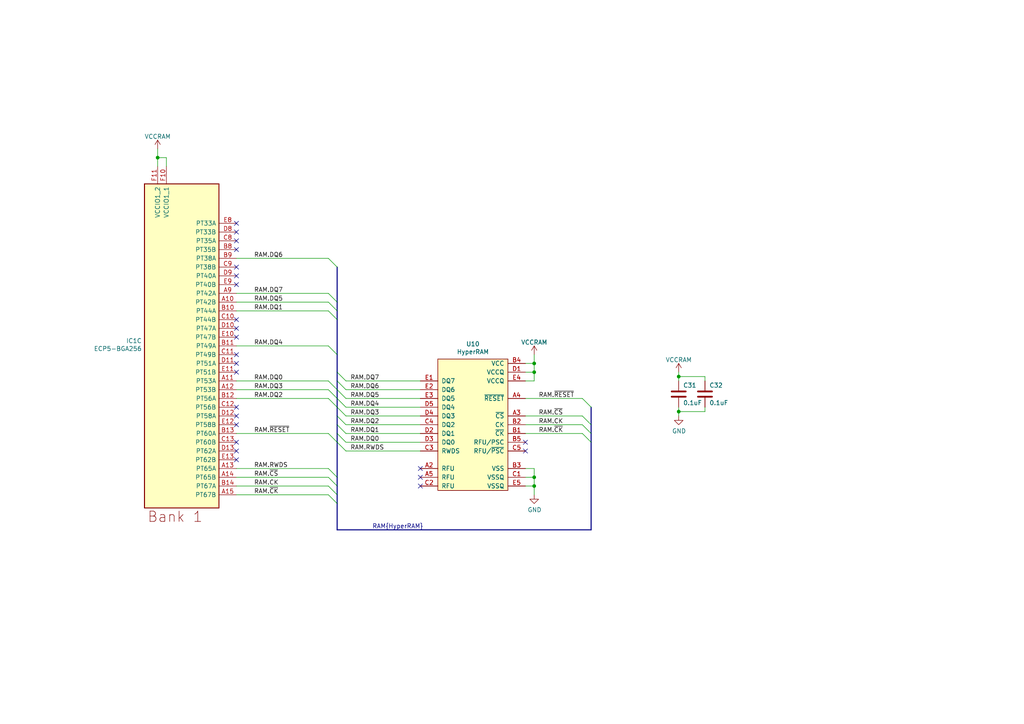
<source format=kicad_sch>
(kicad_sch (version 20211123) (generator eeschema)
  (paper "A4")
  (title_block (title "LUNA USB Multitool") (date "2023-02-07") (rev "r0.5+") (company "Copyright 2019-2023 Great Scott Gadgets") (comment 1 "Licensed under the CERN-OHL-P v2"))
  (lib_symbols
    (symbol "Device:C" (pin_numbers hide) (pin_names (offset 0.254))
      (property "Reference" "C" (at 0.635 2.54 0))
      (property "Value" "C" (at 0.635 -2.54 0))
      (symbol "C_0_1"
        (polyline (pts (xy -2.032 -0.762) (xy 2.032 -0.762)) (stroke (width 0.508)))
        (polyline (pts (xy -2.032 0.762) (xy 2.032 0.762)) (stroke (width 0.508)))
      )
      (symbol "C_1_1"
        (pin passive line (at 0 3.81 270) (length 2.794) (name "~") (number "1"))
        (pin passive line (at 0 -3.81 90) (length 2.794) (name "~") (number "2"))
      )
    )
    (symbol "fpgas_and_processors:ECP5-BGA256" (pin_names (offset 0.762))
      (property "Reference" "IC" (at -2.54 1.27 0))
      (property "Value" "ECP5-BGA256" (at 10.16 1.27 0))
      (symbol "ECP5-BGA256_1_0"
        (rectangle (start 5.08 0) (end 33.02 -71.12) (stroke (width 0.3048)) (fill (type background)))
      )
      (symbol "ECP5-BGA256_1_1"
        (text "FPGA Supplies" (at 19.05 -76.2 0) (effects (font (size 2.9972 2.9972))))
        (pin power_in line (at 38.1 -2.54 180) (length 5.08) (name "GND_1") (number "A1"))
        (pin power_in line (at 38.1 -5.08 180) (length 5.08) (name "GND_2") (number "A16"))
        (pin power_in line (at 38.1 -10.16 180) (length 5.08) (name "GND_4") (number "D15"))
        (pin power_in line (at 38.1 -7.62 180) (length 5.08) (name "GND_3") (number "D2"))
        (pin power_in line (at 38.1 -12.7 180) (length 5.08) (name "GND_5") (number "F8"))
        (pin power_in line (at 38.1 -15.24 180) (length 5.08) (name "GND_6") (number "F9"))
        (pin power_in line (at 38.1 -20.32 180) (length 5.08) (name "GND_8") (number "G10"))
        (pin power_in line (at 0 -66.04 0) (length 5.08) (name "VCCAUX_1") (number "G11"))
        (pin power_in line (at 0 -2.54 0) (length 5.08) (name "VCC_1") (number "G6"))
        (pin power_in line (at 0 -5.08 0) (length 5.08) (name "VCC_2") (number "G7"))
        (pin power_in line (at 38.1 -17.78 180) (length 5.08) (name "GND_7") (number "G8"))
        (pin power_in line (at 0 -7.62 0) (length 5.08) (name "VCC_3") (number "G9"))
        (pin power_in line (at 38.1 -22.86 180) (length 5.08) (name "GND_9") (number "H1"))
        (pin power_in line (at 38.1 -30.48 180) (length 5.08) (name "GND_12") (number "H10"))
        (pin power_in line (at 38.1 -33.02 180) (length 5.08) (name "GND_13") (number "H16"))
        (pin power_in line (at 38.1 -25.4 180) (length 5.08) (name "GND_10") (number "H8"))
        (pin power_in line (at 38.1 -27.94 180) (length 5.08) (name "GND_11") (number "H9"))
        (pin power_in line (at 38.1 -40.64 180) (length 5.08) (name "GND_16") (number "J10"))
        (pin power_in line (at 38.1 -35.56 180) (length 5.08) (name "GND_14") (number "J8"))
        (pin power_in line (at 38.1 -38.1 180) (length 5.08) (name "GND_15") (number "J9"))
        (pin power_in line (at 38.1 -53.34 180) (length 5.08) (name "GND_21") (number "K10"))
        (pin power_in line (at 38.1 -43.18 180) (length 5.08) (name "GND_17") (number "K6"))
        (pin power_in line (at 38.1 -45.72 180) (length 5.08) (name "GND_18") (number "K7"))
        (pin power_in line (at 38.1 -48.26 180) (length 5.08) (name "GND_19") (number "K8"))
        (pin power_in line (at 38.1 -50.8 180) (length 5.08) (name "GND_20") (number "K9"))
        (pin power_in line (at 0 -15.24 0) (length 5.08) (name "VCC_6") (number "L10"))
        (pin power_in line (at 0 -68.58 0) (length 5.08) (name "VCCAUX_2") (number "L7"))
        (pin power_in line (at 0 -10.16 0) (length 5.08) (name "VCC_4") (number "L8"))
        (pin power_in line (at 0 -12.7 0) (length 5.08) (name "VCC_5") (number "L9"))
        (pin power_in line (at 38.1 -58.42 180) (length 5.08) (name "GND_23") (number "N15"))
        (pin power_in line (at 38.1 -55.88 180) (length 5.08) (name "GND_22") (number "N2"))
        (pin power_in line (at 38.1 -60.96 180) (length 5.08) (name "GND_24") (number "T1"))
        (pin power_in line (at 38.1 -66.04 180) (length 5.08) (name "GND_26") (number "T12"))
        (pin power_in line (at 38.1 -68.58 180) (length 5.08) (name "GND_27") (number "T16"))
        (pin power_in line (at 38.1 -63.5 180) (length 5.08) (name "GND_25") (number "T5"))
      )
      (symbol "ECP5-BGA256_2_1"
        (rectangle (start 0 0) (end 19.05 -74.93) (stroke (width 0.3048)) (fill (type background)))
        (text "Bank 0" (at 10.16 -78.74 0) (effects (font (size 2.9972 2.9972))))
        (pin bidirectional line (at 24.13 -11.43 180) (length 5.08) (name "PT4A") (number "A2"))
        (pin bidirectional line (at 24.13 -16.51 180) (length 5.08) (name "PT6A") (number "A3"))
        (pin bidirectional line (at 24.13 -19.05 180) (length 5.08) (name "PT6B") (number "A4"))
        (pin bidirectional line (at 24.13 -43.18 180) (length 5.08) (name "PT18A") (number "A5"))
        (pin bidirectional line (at 24.13 -45.72 180) (length 5.08) (name "PT18B") (number "A6"))
        (pin bidirectional line (at 24.13 -68.58 180) (length 5.08) (name "PT29A") (number "A7"))
        (pin bidirectional line (at 24.13 -71.12 180) (length 5.08) (name "PT29B") (number "A8"))
        (pin bidirectional line (at 24.13 -13.97 180) (length 5.08) (name "PT4B") (number "B3"))
        (pin bidirectional line (at 24.13 -29.21 180) (length 5.08) (name "PT11B") (number "B4"))
        (pin bidirectional line (at 24.13 -39.37 180) (length 5.08) (name "PT15B") (number "B5"))
        (pin bidirectional line (at 24.13 -55.88 180) (length 5.08) (name "PT22B") (number "B6"))
        (pin bidirectional line (at 24.13 -66.04 180) (length 5.08) (name "PT27B") (number "B7"))
        (pin bidirectional line (at 24.13 -26.67 180) (length 5.08) (name "PT11A") (number "C4"))
        (pin bidirectional line (at 24.13 -36.83 180) (length 5.08) (name "PT15A") (number "C5"))
        (pin bidirectional line (at 24.13 -53.34 180) (length 5.08) (name "PT22A") (number "C6"))
        (pin bidirectional line (at 24.13 -63.5 180) (length 5.08) (name "PT27A") (number "C7"))
        (pin bidirectional line (at 24.13 -24.13 180) (length 5.08) (name "PT9B") (number "D4"))
        (pin bidirectional line (at 24.13 -34.29 180) (length 5.08) (name "PT13B") (number "D5"))
        (pin bidirectional line (at 24.13 -50.8 180) (length 5.08) (name "PT20B") (number "D6"))
        (pin bidirectional line (at 24.13 -60.96 180) (length 5.08) (name "PT24B") (number "D7"))
        (pin bidirectional line (at 24.13 -21.59 180) (length 5.08) (name "PT9A") (number "E4"))
        (pin bidirectional line (at 24.13 -31.75 180) (length 5.08) (name "PT13A") (number "E5"))
        (pin bidirectional line (at 24.13 -48.26 180) (length 5.08) (name "PT20A") (number "E6"))
        (pin bidirectional line (at 24.13 -58.42 180) (length 5.08) (name "PT24A") (number "E7"))
        (pin power_in line (at 7.62 5.08 270) (length 5.08) (name "VCCIO0_1") (number "F6"))
        (pin power_in line (at 5.08 5.08 270) (length 5.08) (name "VCCIO0_2") (number "F7"))
      )
      (symbol "ECP5-BGA256_3_0"
        (rectangle (start 0 0) (end 21.59 -93.98) (stroke (width 0.3048)) (fill (type background)))
      )
      (symbol "ECP5-BGA256_3_1"
        (text "Bank 1" (at 8.89 -96.52 0) (effects (font (size 2.9972 2.9972))))
        (pin bidirectional line (at 26.67 -34.29 180) (length 5.08) (name "PT42B") (number "A10"))
        (pin bidirectional line (at 26.67 -57.15 180) (length 5.08) (name "PT53A") (number "A11"))
        (pin bidirectional line (at 26.67 -59.69 180) (length 5.08) (name "PT53B") (number "A12"))
        (pin bidirectional line (at 26.67 -82.55 180) (length 5.08) (name "PT65A") (number "A13"))
        (pin bidirectional line (at 26.67 -85.09 180) (length 5.08) (name "PT65B") (number "A14"))
        (pin bidirectional line (at 26.67 -90.17 180) (length 5.08) (name "PT67B") (number "A15"))
        (pin bidirectional line (at 26.67 -31.75 180) (length 5.08) (name "PT42A") (number "A9"))
        (pin bidirectional line (at 26.67 -36.83 180) (length 5.08) (name "PT44A") (number "B10"))
        (pin bidirectional line (at 26.67 -46.99 180) (length 5.08) (name "PT49A") (number "B11"))
        (pin bidirectional line (at 26.67 -62.23 180) (length 5.08) (name "PT56A") (number "B12"))
        (pin bidirectional line (at 26.67 -72.39 180) (length 5.08) (name "PT60A") (number "B13"))
        (pin bidirectional line (at 26.67 -87.63 180) (length 5.08) (name "PT67A") (number "B14"))
        (pin bidirectional line (at 26.67 -19.05 180) (length 5.08) (name "PT35B") (number "B8"))
        (pin bidirectional line (at 26.67 -21.59 180) (length 5.08) (name "PT38A") (number "B9"))
        (pin bidirectional line (at 26.67 -39.37 180) (length 5.08) (name "PT44B") (number "C10"))
        (pin bidirectional line (at 26.67 -49.53 180) (length 5.08) (name "PT49B") (number "C11"))
        (pin bidirectional line (at 26.67 -64.77 180) (length 5.08) (name "PT56B") (number "C12"))
        (pin bidirectional line (at 26.67 -74.93 180) (length 5.08) (name "PT60B") (number "C13"))
        (pin bidirectional line (at 26.67 -16.51 180) (length 5.08) (name "PT35A") (number "C8"))
        (pin bidirectional line (at 26.67 -24.13 180) (length 5.08) (name "PT38B") (number "C9"))
        (pin bidirectional line (at 26.67 -41.91 180) (length 5.08) (name "PT47A") (number "D10"))
        (pin bidirectional line (at 26.67 -52.07 180) (length 5.08) (name "PT51A") (number "D11"))
        (pin bidirectional line (at 26.67 -67.31 180) (length 5.08) (name "PT58A") (number "D12"))
        (pin bidirectional line (at 26.67 -77.47 180) (length 5.08) (name "PT62A") (number "D13"))
        (pin bidirectional line (at 26.67 -13.97 180) (length 5.08) (name "PT33B") (number "D8"))
        (pin bidirectional line (at 26.67 -26.67 180) (length 5.08) (name "PT40A") (number "D9"))
        (pin bidirectional line (at 26.67 -44.45 180) (length 5.08) (name "PT47B") (number "E10"))
        (pin bidirectional line (at 26.67 -54.61 180) (length 5.08) (name "PT51B") (number "E11"))
        (pin bidirectional line (at 26.67 -69.85 180) (length 5.08) (name "PT58B") (number "E12"))
        (pin bidirectional line (at 26.67 -80.01 180) (length 5.08) (name "PT62B") (number "E13"))
        (pin bidirectional line (at 26.67 -11.43 180) (length 5.08) (name "PT33A") (number "E8"))
        (pin bidirectional line (at 26.67 -29.21 180) (length 5.08) (name "PT40B") (number "E9"))
        (pin power_in line (at 6.35 5.08 270) (length 5.08) (name "VCCIO1_1") (number "F10"))
        (pin power_in line (at 3.81 5.08 270) (length 5.08) (name "VCCIO1_2") (number "F11"))
      )
      (symbol "ECP5-BGA256_4_1"
        (rectangle (start 0 0) (end 19.05 -93.98) (stroke (width 0.3048)) (fill (type background)))
        (text "Bank 2" (at 10.16 -97.79 0) (effects (font (size 2.9972 2.9972))))
        (pin bidirectional line (at 24.13 -13.97 180) (length 5.08) (name "PR2B") (number "B15"))
        (pin bidirectional line (at 24.13 -11.43 180) (length 5.08) (name "PR2A") (number "B16"))
        (pin bidirectional line (at 24.13 -16.51 180) (length 5.08) (name "PR2C") (number "C14"))
        (pin bidirectional line (at 24.13 -24.13 180) (length 5.08) (name "PR5B") (number "C15"))
        (pin bidirectional line (at 24.13 -21.59 180) (length 5.08) (name "PR5A") (number "C16"))
        (pin bidirectional line (at 24.13 -19.05 180) (length 5.08) (name "PR2D") (number "D14"))
        (pin bidirectional line (at 24.13 -31.75 180) (length 5.08) (name "PR8A") (number "D16"))
        (pin bidirectional line (at 24.13 -26.67 180) (length 5.08) (name "PR5C") (number "E14"))
        (pin bidirectional line (at 24.13 -34.29 180) (length 5.08) (name "PR8B") (number "E15"))
        (pin bidirectional line (at 24.13 -49.53 180) (length 5.08) (name "PR11D") (number "E16"))
        (pin bidirectional line (at 24.13 -39.37 180) (length 5.08) (name "PR8D") (number "F12"))
        (pin bidirectional line (at 24.13 -36.83 180) (length 5.08) (name "PR8C") (number "F13"))
        (pin bidirectional line (at 24.13 -29.21 180) (length 5.08) (name "PR5D") (number "F14"))
        (pin bidirectional line (at 24.13 -46.99 180) (length 5.08) (name "PR11C") (number "F15"))
        (pin bidirectional line (at 24.13 -52.07 180) (length 5.08) (name "PR14A") (number "F16"))
        (pin bidirectional line (at 24.13 -41.91 180) (length 5.08) (name "PR11A") (number "G12"))
        (pin bidirectional line (at 24.13 -44.45 180) (length 5.08) (name "PR11B") (number "G13"))
        (pin bidirectional line (at 24.13 -57.15 180) (length 5.08) (name "PR14C") (number "G14"))
        (pin bidirectional line (at 24.13 -54.61 180) (length 5.08) (name "PR14B") (number "G15"))
        (pin bidirectional line (at 24.13 -72.39 180) (length 5.08) (name "PR20A") (number "G16"))
        (pin power_in line (at 3.81 5.08 270) (length 5.08) (name "VCCIO2_1") (number "H11"))
        (pin bidirectional line (at 24.13 -62.23 180) (length 5.08) (name "PR17A") (number "H12"))
        (pin bidirectional line (at 24.13 -64.77 180) (length 5.08) (name "PR17B") (number "H13"))
        (pin bidirectional line (at 24.13 -59.69 180) (length 5.08) (name "PR14D") (number "H14"))
        (pin bidirectional line (at 24.13 -74.93 180) (length 5.08) (name "PR20B") (number "H15"))
        (pin power_in line (at 6.35 5.08 270) (length 5.08) (name "VCCIO2_2") (number "J11"))
        (pin bidirectional line (at 24.13 -69.85 180) (length 5.08) (name "PR17D") (number "J12"))
        (pin bidirectional line (at 24.13 -67.31 180) (length 5.08) (name "PR17C") (number "J13"))
        (pin bidirectional line (at 24.13 -77.47 180) (length 5.08) (name "PR20C") (number "J14"))
        (pin bidirectional line (at 24.13 -85.09 180) (length 5.08) (name "PR23B") (number "J15"))
        (pin bidirectional line (at 24.13 -82.55 180) (length 5.08) (name "PR23A") (number "J16"))
        (pin bidirectional line (at 24.13 -80.01 180) (length 5.08) (name "PR20D") (number "K14"))
        (pin bidirectional line (at 24.13 -90.17 180) (length 5.08) (name "PR23D") (number "K15"))
        (pin bidirectional line (at 24.13 -87.63 180) (length 5.08) (name "PR23C") (number "K16"))
      )
      (symbol "ECP5-BGA256_5_0"
        (rectangle (start 0 0) (end 20.32 -91.44) (stroke (width 0.3048)) (fill (type background)))
      )
      (symbol "ECP5-BGA256_5_1"
        (text "Bank 3" (at 15.24 -96.52 0) (effects (font (size 2.9972 2.9972))))
        (pin power_in line (at 3.81 5.08 270) (length 5.08) (name "VCCIO3_1") (number "K11"))
        (pin bidirectional line (at 25.4 -22.86 180) (length 5.08) (name "PR29B") (number "K12"))
        (pin bidirectional line (at 25.4 -20.32 180) (length 5.08) (name "PR29A") (number "K13"))
        (pin power_in line (at 6.35 5.08 270) (length 5.08) (name "VCCIO3_2") (number "L11"))
        (pin bidirectional line (at 25.4 -27.94 180) (length 5.08) (name "PR29D") (number "L12"))
        (pin bidirectional line (at 25.4 -25.4 180) (length 5.08) (name "PR29C") (number "L13"))
        (pin bidirectional line (at 25.4 -35.56 180) (length 5.08) (name "PR32C") (number "L14"))
        (pin bidirectional line (at 25.4 -12.7 180) (length 5.08) (name "PR26B") (number "L15"))
        (pin bidirectional line (at 25.4 -10.16 180) (length 5.08) (name "PR26A") (number "L16"))
        (pin bidirectional line (at 25.4 -81.28 180) (length 5.08) (name "PR47A") (number "M11"))
        (pin bidirectional line (at 25.4 -76.2 180) (length 5.08) (name "PR44C") (number "M12"))
        (pin bidirectional line (at 25.4 -45.72 180) (length 5.08) (name "PR35C") (number "M13"))
        (pin bidirectional line (at 25.4 -38.1 180) (length 5.08) (name "PR32D") (number "M14"))
        (pin bidirectional line (at 25.4 -17.78 180) (length 5.08) (name "PR26D") (number "M15"))
        (pin bidirectional line (at 25.4 -15.24 180) (length 5.08) (name "PR26C") (number "M16"))
        (pin bidirectional line (at 25.4 -83.82 180) (length 5.08) (name "PR47B") (number "N11"))
        (pin bidirectional line (at 25.4 -78.74 180) (length 5.08) (name "PR44D") (number "N12"))
        (pin bidirectional line (at 25.4 -50.8 180) (length 5.08) (name "PR38A") (number "N13"))
        (pin bidirectional line (at 25.4 -48.26 180) (length 5.08) (name "PR35D") (number "N14"))
        (pin bidirectional line (at 25.4 -30.48 180) (length 5.08) (name "PR32A") (number "N16"))
        (pin bidirectional line (at 25.4 -86.36 180) (length 5.08) (name "PR47C") (number "P11"))
        (pin bidirectional line (at 25.4 -88.9 180) (length 5.08) (name "PR47D") (number "P12"))
        (pin bidirectional line (at 25.4 -60.96 180) (length 5.08) (name "PR41A") (number "P13"))
        (pin bidirectional line (at 25.4 -53.34 180) (length 5.08) (name "PR38B") (number "P14"))
        (pin bidirectional line (at 25.4 -33.02 180) (length 5.08) (name "PR32B") (number "P15"))
        (pin bidirectional line (at 25.4 -40.64 180) (length 5.08) (name "PR35A") (number "P16"))
        (pin bidirectional line (at 25.4 -71.12 180) (length 5.08) (name "PR44A") (number "R12"))
        (pin bidirectional line (at 25.4 -66.04 180) (length 5.08) (name "PR41C") (number "R13"))
        (pin bidirectional line (at 25.4 -63.5 180) (length 5.08) (name "PR41B") (number "R14"))
        (pin bidirectional line (at 25.4 -55.88 180) (length 5.08) (name "PR38C") (number "R15"))
        (pin bidirectional line (at 25.4 -43.18 180) (length 5.08) (name "PR35B") (number "R16"))
        (pin bidirectional line (at 25.4 -73.66 180) (length 5.08) (name "PR44B") (number "T13"))
        (pin bidirectional line (at 25.4 -68.58 180) (length 5.08) (name "PR41D") (number "T14"))
        (pin bidirectional line (at 25.4 -58.42 180) (length 5.08) (name "PR38D") (number "T15"))
      )
      (symbol "ECP5-BGA256_6_1"
        (rectangle (start 0 0) (end 19.05 -106.68) (stroke (width 0.3048)) (fill (type background)))
        (text "Bank 6" (at 11.43 -110.49 0) (effects (font (size 2.9972 2.9972))))
        (pin power_in line (at 3.81 5.08 270) (length 5.08) (name "VCCIO6_1") (number "J6"))
        (pin power_in line (at 6.35 5.08 270) (length 5.08) (name "VCCIO6_2") (number "J7"))
        (pin bidirectional line (at 24.13 -25.4 180) (length 5.08) (name "PL29A") (number "K4"))
        (pin bidirectional line (at 24.13 -27.94 180) (length 5.08) (name "PL29B") (number "K5"))
        (pin bidirectional line (at 24.13 -13.97 180) (length 5.08) (name "PL26A") (number "L1"))
        (pin bidirectional line (at 24.13 -16.51 180) (length 5.08) (name "PL26B") (number "L2"))
        (pin bidirectional line (at 24.13 -41.91 180) (length 5.08) (name "PL32C") (number "L3"))
        (pin bidirectional line (at 24.13 -30.48 180) (length 5.08) (name "PL29C") (number "L4"))
        (pin bidirectional line (at 24.13 -33.02 180) (length 5.08) (name "PL29D") (number "L5"))
        (pin bidirectional line (at 24.13 -19.05 180) (length 5.08) (name "PL26C") (number "M1"))
        (pin bidirectional line (at 24.13 -21.59 180) (length 5.08) (name "PL26D") (number "M2"))
        (pin bidirectional line (at 24.13 -44.45 180) (length 5.08) (name "PL32D") (number "M3"))
        (pin bidirectional line (at 24.13 -53.34 180) (length 5.08) (name "PL35C") (number "M4"))
        (pin bidirectional line (at 24.13 -78.74 180) (length 5.08) (name "PL44C") (number "M5"))
        (pin bidirectional line (at 24.13 -96.52 180) (length 5.08) (name "PL47A") (number "M6"))
        (pin bidirectional line (at 24.13 -36.83 180) (length 5.08) (name "PL32A") (number "N1"))
        (pin bidirectional line (at 24.13 -55.88 180) (length 5.08) (name "PL35D") (number "N3"))
        (pin bidirectional line (at 24.13 -60.96 180) (length 5.08) (name "PL38A") (number "N4"))
        (pin bidirectional line (at 24.13 -81.28 180) (length 5.08) (name "PL44D") (number "N5"))
        (pin bidirectional line (at 24.13 -99.06 180) (length 5.08) (name "PL47B") (number "N6"))
        (pin bidirectional line (at 24.13 -48.26 180) (length 5.08) (name "PL35A") (number "P1"))
        (pin bidirectional line (at 24.13 -39.37 180) (length 5.08) (name "PL32B") (number "P2"))
        (pin bidirectional line (at 24.13 -63.5 180) (length 5.08) (name "PL38B") (number "P3"))
        (pin bidirectional line (at 24.13 -85.09 180) (length 5.08) (name "PL41A") (number "P4"))
        (pin bidirectional line (at 24.13 -101.6 180) (length 5.08) (name "PL47D") (number "P5"))
        (pin bidirectional line (at 24.13 -104.14 180) (length 5.08) (name "PL47C") (number "P6"))
        (pin bidirectional line (at 24.13 -50.8 180) (length 5.08) (name "PL35B") (number "R1"))
        (pin bidirectional line (at 24.13 -66.04 180) (length 5.08) (name "PL38C") (number "R2"))
        (pin bidirectional line (at 24.13 -87.63 180) (length 5.08) (name "PL41B") (number "R3"))
        (pin bidirectional line (at 24.13 -90.17 180) (length 5.08) (name "PL41C") (number "R4"))
        (pin bidirectional line (at 24.13 -73.66 180) (length 5.08) (name "PL44A") (number "R5"))
        (pin bidirectional line (at 24.13 -68.58 180) (length 5.08) (name "PL38D") (number "T2"))
        (pin bidirectional line (at 24.13 -92.71 180) (length 5.08) (name "PL41D") (number "T3"))
        (pin bidirectional line (at 24.13 -76.2 180) (length 5.08) (name "PL44B") (number "T4"))
      )
      (symbol "ECP5-BGA256_7_1"
        (rectangle (start 0 0) (end 20.32 -109.22) (stroke (width 0.3048)) (fill (type background)))
        (text "Bank 7" (at 12.7 -113.03 0) (effects (font (size 2.9972 2.9972))))
        (pin bidirectional line (at 25.4 -10.16 180) (length 5.08) (name "PL2A") (number "B1"))
        (pin bidirectional line (at 25.4 -12.7 180) (length 5.08) (name "PL2B") (number "B2"))
        (pin bidirectional line (at 25.4 -22.86 180) (length 5.08) (name "PL5A") (number "C1"))
        (pin bidirectional line (at 25.4 -25.4 180) (length 5.08) (name "PL5B") (number "C2"))
        (pin bidirectional line (at 25.4 -15.24 180) (length 5.08) (name "PL2C") (number "C3"))
        (pin bidirectional line (at 25.4 -35.56 180) (length 5.08) (name "PL8A") (number "D1"))
        (pin bidirectional line (at 25.4 -17.78 180) (length 5.08) (name "PL2D") (number "D3"))
        (pin bidirectional line (at 25.4 -54.61 180) (length 5.08) (name "PL11D") (number "E1"))
        (pin bidirectional line (at 25.4 -38.1 180) (length 5.08) (name "PL8B") (number "E2"))
        (pin bidirectional line (at 25.4 -27.94 180) (length 5.08) (name "PL5C") (number "E3"))
        (pin bidirectional line (at 25.4 -59.69 180) (length 5.08) (name "PL14A") (number "F1"))
        (pin bidirectional line (at 25.4 -52.07 180) (length 5.08) (name "PL11C") (number "F2"))
        (pin bidirectional line (at 25.4 -30.48 180) (length 5.08) (name "PL5D") (number "F3"))
        (pin bidirectional line (at 25.4 -40.64 180) (length 5.08) (name "PL8C") (number "F4"))
        (pin bidirectional line (at 25.4 -43.18 180) (length 5.08) (name "PL8D") (number "F5"))
        (pin bidirectional line (at 25.4 -82.55 180) (length 5.08) (name "PL20A") (number "G1"))
        (pin bidirectional line (at 25.4 -62.23 180) (length 5.08) (name "PL14B") (number "G2"))
        (pin bidirectional line (at 25.4 -64.77 180) (length 5.08) (name "PL14C") (number "G3"))
        (pin bidirectional line (at 25.4 -49.53 180) (length 5.08) (name "PL11B") (number "G4"))
        (pin bidirectional line (at 25.4 -46.99 180) (length 5.08) (name "PL11A") (number "G5"))
        (pin bidirectional line (at 25.4 -85.09 180) (length 5.08) (name "PL20B") (number "H2"))
        (pin bidirectional line (at 25.4 -67.31 180) (length 5.08) (name "PL14D") (number "H3"))
        (pin bidirectional line (at 25.4 -73.66 180) (length 5.08) (name "PL17B") (number "H4"))
        (pin bidirectional line (at 25.4 -71.12 180) (length 5.08) (name "PL17A") (number "H5"))
        (pin power_in line (at 7.62 5.08 270) (length 5.08) (name "VCCIO7_1") (number "H6"))
        (pin power_in line (at 5.08 5.08 270) (length 5.08) (name "VCCIO7_2") (number "H7"))
        (pin bidirectional line (at 25.4 -95.25 180) (length 5.08) (name "PL23A") (number "J1"))
        (pin bidirectional line (at 25.4 -97.79 180) (length 5.08) (name "PL23B") (number "J2"))
        (pin bidirectional line (at 25.4 -87.63 180) (length 5.08) (name "PL20C") (number "J3"))
        (pin bidirectional line (at 25.4 -76.2 180) (length 5.08) (name "PL17C") (number "J4"))
        (pin bidirectional line (at 25.4 -78.74 180) (length 5.08) (name "PL17D") (number "J5"))
        (pin bidirectional line (at 25.4 -100.33 180) (length 5.08) (name "PL23C") (number "K1"))
        (pin bidirectional line (at 25.4 -102.87 180) (length 5.08) (name "PL23D") (number "K2"))
        (pin bidirectional line (at 25.4 -90.17 180) (length 5.08) (name "PL20D") (number "K3"))
      )
      (symbol "ECP5-BGA256_8_0"
        (text "(Config)" (at 13.97 -97.79 0) (effects (font (size 2.9972 2.9972))))
        (text "Bank 8" (at 13.97 -92.71 0) (effects (font (size 2.9972 2.9972))))
      )
      (symbol "ECP5-BGA256_8_1"
        (rectangle (start 0 0) (end 21.59 -88.9) (stroke (width 0.3048)) (fill (type background)))
        (pin power_in line (at 5.08 5.08 270) (length 5.08) (name "VCCIO8") (number "L6"))
        (pin output line (at 26.67 -57.15 180) (length 5.08) (name "TDO") (number "M10"))
        (pin bidirectional line (at 26.67 -24.13 180) (length 5.08) (name "D2/PB9B") (number "M7"))
        (pin bidirectional line (at 26.67 -39.37 180) (length 5.08) (name "DOUT/CSON/PB15B") (number "M8"))
        (pin bidirectional line (at 26.67 -41.91 180) (length 5.08) (name "WRITEEN/PB18A") (number "M9"))
        (pin input line (at 26.67 -68.58 180) (length 5.08) (name "CFG_0") (number "N10"))
        (pin bidirectional line (at 26.67 -21.59 180) (length 5.08) (name "D3/PB9A") (number "N7"))
        (pin bidirectional line (at 26.67 -36.83 180) (length 5.08) (name "HOLDN/DI/PB15A") (number "N8"))
        (pin bidirectional line (at 26.67 -63.5 180) (length 5.08) (name "MCLK/SCLK/CCLK") (number "N9"))
        (pin input line (at 26.67 -71.12 180) (length 5.08) (name "CFG_1") (number "P10"))
        (pin bidirectional line (at 26.67 -19.05 180) (length 5.08) (name "D4/PICO2/PB6B") (number "P7"))
        (pin bidirectional line (at 26.67 -34.29 180) (length 5.08) (name "CS1N/PB13B") (number "P8"))
        (pin bidirectional line (at 26.67 -80.01 180) (length 5.08) (name "DONE") (number "P9"))
        (pin input line (at 26.67 -73.66 180) (length 5.08) (name "CFG_2") (number "R10"))
        (pin input line (at 26.67 -54.61 180) (length 5.08) (name "TDI") (number "R11"))
        (pin bidirectional line (at 26.67 -13.97 180) (length 5.08) (name "D6/PB4B") (number "R6"))
        (pin bidirectional line (at 26.67 -16.51 180) (length 5.08) (name "D5/POCI2/PB6A") (number "R7"))
        (pin bidirectional line (at 26.67 -31.75 180) (length 5.08) (name "SN/CSN/PB13A") (number "R8"))
        (pin bidirectional line (at 26.67 -85.09 180) (length 5.08) (name "PROGRAMN") (number "R9"))
        (pin input line (at 26.67 -52.07 180) (length 5.08) (name "TCK") (number "T10"))
        (pin input line (at 26.67 -49.53 180) (length 5.08) (name "TMS") (number "T11"))
        (pin bidirectional line (at 26.67 -11.43 180) (length 5.08) (name "D7/PB4A") (number "T6"))
        (pin bidirectional line (at 26.67 -26.67 180) (length 5.08) (name "D1/PICO/PB11A") (number "T7"))
        (pin bidirectional line (at 26.67 -29.21 180) (length 5.08) (name "D0/PICO/PB11B") (number "T8"))
        (pin bidirectional line (at 26.67 -82.55 180) (length 5.08) (name "INITN") (number "T9"))
      )
    )
    (symbol "power:GND" (power) (pin_names (offset 0))
      (property "Value" "GND" (at 0 -3.81 0))
      (symbol "GND_0_1"
        (polyline (pts (xy 0 0) (xy 0 -1.27) (xy 1.27 -1.27) (xy 0 -2.54) (xy -1.27 -1.27) (xy 0 -1.27)))
      )
      (symbol "GND_1_1"
        (pin power_in line (at 0 0 270) (length 0) hide (name "GND") (number "1"))
      )
    )
    (symbol "support_hardware:S27KS0641" (pin_names (offset 1.016))
      (property "Reference" "U" (at 0 20.32 0))
      (property "Value" "S27KS0641" (at 0 -20.32 0))
      (symbol "S27KS0641_0_1"
        (rectangle (start -10.16 19.05) (end 10.16 -19.05) (stroke (width 0.2032)) (fill (type background)))
      )
      (symbol "S27KS0641_1_1"
        (pin passive line (at 15.24 -12.7 180) (length 5.08) (name "RFU") (number "A2"))
        (pin input line (at -15.24 2.54 0) (length 5.08) (name "~{CS}") (number "A3"))
        (pin input line (at -15.24 7.62 0) (length 5.08) (name "~{RESET}") (number "A4"))
        (pin passive line (at 15.24 -15.24 180) (length 5.08) (name "RFU") (number "A5"))
        (pin input line (at -15.24 -2.54 0) (length 5.08) (name "~{CK}") (number "B1"))
        (pin input line (at -15.24 0 0) (length 5.08) (name "CK") (number "B2"))
        (pin power_in line (at -15.24 -12.7 0) (length 5.08) (name "VSS") (number "B3"))
        (pin power_in line (at -15.24 17.78 0) (length 5.08) (name "VCC") (number "B4"))
        (pin input line (at -15.24 -5.08 0) (length 5.08) (name "RFU/PSC") (number "B5"))
        (pin power_in line (at -15.24 -15.24 0) (length 5.08) (name "VSSQ") (number "C1"))
        (pin passive line (at 15.24 -17.78 180) (length 5.08) (name "RFU") (number "C2"))
        (pin bidirectional line (at 15.24 -7.62 180) (length 5.08) (name "RWDS") (number "C3"))
        (pin bidirectional line (at 15.24 0 180) (length 5.08) (name "DQ2") (number "C4"))
        (pin input line (at -15.24 -7.62 0) (length 5.08) (name "RFU/~{PSC}") (number "C5"))
        (pin power_in line (at -15.24 15.24 0) (length 5.08) (name "VCCQ") (number "D1"))
        (pin bidirectional line (at 15.24 -2.54 180) (length 5.08) (name "DQ1") (number "D2"))
        (pin bidirectional line (at 15.24 -5.08 180) (length 5.08) (name "DQ0") (number "D3"))
        (pin bidirectional line (at 15.24 2.54 180) (length 5.08) (name "DQ3") (number "D4"))
        (pin bidirectional line (at 15.24 5.08 180) (length 5.08) (name "DQ4") (number "D5"))
        (pin bidirectional line (at 15.24 12.7 180) (length 5.08) (name "DQ7") (number "E1"))
        (pin bidirectional line (at 15.24 10.16 180) (length 5.08) (name "DQ6") (number "E2"))
        (pin bidirectional line (at 15.24 7.62 180) (length 5.08) (name "DQ5") (number "E3"))
        (pin power_in line (at -15.24 12.7 0) (length 5.08) (name "VCCQ") (number "E4"))
        (pin power_in line (at -15.24 -17.78 0) (length 5.08) (name "VSSQ") (number "E5"))
      )
    )
    (symbol "support_hardware:VCCRAM" (power) (pin_names (offset 0))
      (property "Value" "VCCRAM" (at 0 3.81 0))
      (symbol "VCCRAM_0_1"
        (polyline (pts (xy -0.762 1.27) (xy 0 2.54)))
        (polyline (pts (xy 0 0) (xy 0 2.54)))
        (polyline (pts (xy 0 2.54) (xy 0.762 1.27)))
      )
      (symbol "VCCRAM_1_1"
        (pin power_in line (at 0 0 90) (length 0) hide (name "VCCRAM") (number "1"))
      )
    )
  )
  (bus_alias "HyperRAM" (members "DQ[0..7]" "CK" "~{CK}" "~{CS}" "RWDS" "~{RESET}"))
  (junction (at 196.85 109.22))
  (junction (at 154.94 138.43))
  (junction (at 154.94 140.97))
  (junction (at 45.72 45.72))
  (junction (at 154.94 105.41))
  (junction (at 154.94 107.95))
  (junction (at 196.85 119.38))
  (no_connect (at 68.58 123.19))
  (no_connect (at 68.58 77.47))
  (no_connect (at 68.58 130.81))
  (no_connect (at 152.4 128.27))
  (no_connect (at 68.58 72.39))
  (no_connect (at 152.4 130.81))
  (no_connect (at 68.58 133.35))
  (no_connect (at 68.58 97.79))
  (no_connect (at 68.58 80.01))
  (no_connect (at 68.58 69.85))
  (no_connect (at 68.58 102.87))
  (no_connect (at 68.58 82.55))
  (no_connect (at 68.58 64.77))
  (no_connect (at 68.58 95.25))
  (no_connect (at 68.58 107.95))
  (no_connect (at 121.92 140.97))
  (no_connect (at 68.58 105.41))
  (no_connect (at 68.58 128.27))
  (no_connect (at 68.58 118.11))
  (no_connect (at 68.58 67.31))
  (no_connect (at 68.58 92.71))
  (no_connect (at 121.92 135.89))
  (no_connect (at 68.58 120.65))
  (no_connect (at 121.92 138.43))
  (bus_entry (at 95.25 140.97) (size 2.54 2.54))
  (bus_entry (at 97.79 118.11) (size 2.54 2.54))
  (bus_entry (at 97.79 107.95) (size 2.54 2.54))
  (bus_entry (at 95.25 74.93) (size 2.54 2.54))
  (bus_entry (at 168.91 115.57) (size 2.54 2.54))
  (bus_entry (at 97.79 110.49) (size 2.54 2.54))
  (bus_entry (at 95.25 113.03) (size 2.54 2.54))
  (bus_entry (at 97.79 123.19) (size 2.54 2.54))
  (bus_entry (at 95.25 90.17) (size 2.54 2.54))
  (bus_entry (at 95.25 138.43) (size 2.54 2.54))
  (bus_entry (at 97.79 125.73) (size 2.54 2.54))
  (bus_entry (at 97.79 120.65) (size 2.54 2.54))
  (bus_entry (at 95.25 135.89) (size 2.54 2.54))
  (bus_entry (at 97.79 128.27) (size 2.54 2.54))
  (bus_entry (at 168.91 120.65) (size 2.54 2.54))
  (bus_entry (at 95.25 143.51) (size 2.54 2.54))
  (bus_entry (at 95.25 87.63) (size 2.54 2.54))
  (bus_entry (at 95.25 110.49) (size 2.54 2.54))
  (bus_entry (at 97.79 115.57) (size 2.54 2.54))
  (bus_entry (at 95.25 125.73) (size 2.54 2.54))
  (bus_entry (at 95.25 115.57) (size 2.54 2.54))
  (bus_entry (at 168.91 123.19) (size 2.54 2.54))
  (bus_entry (at 95.25 85.09) (size 2.54 2.54))
  (bus_entry (at 95.25 100.33) (size 2.54 2.54))
  (bus_entry (at 97.79 113.03) (size 2.54 2.54))
  (bus_entry (at 168.91 125.73) (size 2.54 2.54))
  (wire (pts (xy 68.58 135.89) (xy 95.25 135.89)))
  (bus (pts (xy 97.79 120.65) (xy 97.79 123.19)))
  (wire (pts (xy 68.58 85.09) (xy 95.25 85.09)))
  (bus (pts (xy 97.79 128.27) (xy 97.79 138.43)))
  (bus (pts (xy 171.45 128.27) (xy 171.45 153.67)))
  (wire (pts (xy 68.58 143.51) (xy 95.25 143.51)))
  (wire (pts (xy 196.85 107.95) (xy 196.85 109.22)))
  (wire (pts (xy 196.85 119.38) (xy 196.85 120.65)))
  (wire (pts (xy 152.4 115.57) (xy 168.91 115.57)))
  (wire (pts (xy 68.58 115.57) (xy 95.25 115.57)))
  (wire (pts (xy 68.58 140.97) (xy 95.25 140.97)))
  (bus (pts (xy 97.79 153.67) (xy 171.45 153.67)))
  (wire (pts (xy 154.94 107.95) (xy 154.94 110.49)))
  (wire (pts (xy 68.58 100.33) (xy 95.25 100.33)))
  (wire (pts (xy 154.94 105.41) (xy 154.94 107.95)))
  (wire (pts (xy 154.94 138.43) (xy 154.94 140.97)))
  (wire (pts (xy 152.4 120.65) (xy 168.91 120.65)))
  (wire (pts (xy 121.92 118.11) (xy 100.33 118.11)))
  (wire (pts (xy 204.47 109.22) (xy 204.47 110.49)))
  (wire (pts (xy 68.58 90.17) (xy 95.25 90.17)))
  (bus (pts (xy 97.79 125.73) (xy 97.79 128.27)))
  (bus (pts (xy 171.45 123.19) (xy 171.45 125.73)))
  (wire (pts (xy 152.4 105.41) (xy 154.94 105.41)))
  (wire (pts (xy 196.85 109.22) (xy 196.85 110.49)))
  (bus (pts (xy 97.79 107.95) (xy 97.79 110.49)))
  (wire (pts (xy 121.92 123.19) (xy 100.33 123.19)))
  (wire (pts (xy 196.85 109.22) (xy 204.47 109.22)))
  (bus (pts (xy 97.79 123.19) (xy 97.79 125.73)))
  (bus (pts (xy 97.79 146.05) (xy 97.79 153.67)))
  (wire (pts (xy 196.85 119.38) (xy 204.47 119.38)))
  (wire (pts (xy 154.94 105.41) (xy 154.94 102.87)))
  (wire (pts (xy 152.4 135.89) (xy 154.94 135.89)))
  (bus (pts (xy 97.79 92.71) (xy 97.79 102.87)))
  (wire (pts (xy 68.58 125.73) (xy 95.25 125.73)))
  (bus (pts (xy 97.79 140.97) (xy 97.79 143.51)))
  (wire (pts (xy 152.4 123.19) (xy 168.91 123.19)))
  (wire (pts (xy 152.4 107.95) (xy 154.94 107.95)))
  (bus (pts (xy 97.79 110.49) (xy 97.79 113.03)))
  (wire (pts (xy 68.58 110.49) (xy 95.25 110.49)))
  (wire (pts (xy 154.94 140.97) (xy 154.94 143.51)))
  (bus (pts (xy 97.79 87.63) (xy 97.79 90.17)))
  (wire (pts (xy 121.92 130.81) (xy 100.33 130.81)))
  (bus (pts (xy 97.79 118.11) (xy 97.79 120.65)))
  (wire (pts (xy 100.33 113.03) (xy 121.92 113.03)))
  (wire (pts (xy 121.92 128.27) (xy 100.33 128.27)))
  (bus (pts (xy 97.79 113.03) (xy 97.79 115.57)))
  (wire (pts (xy 121.92 115.57) (xy 100.33 115.57)))
  (wire (pts (xy 45.72 45.72) (xy 45.72 43.18)))
  (wire (pts (xy 204.47 119.38) (xy 204.47 118.11)))
  (wire (pts (xy 154.94 140.97) (xy 152.4 140.97)))
  (wire (pts (xy 68.58 87.63) (xy 95.25 87.63)))
  (bus (pts (xy 97.79 143.51) (xy 97.79 146.05)))
  (wire (pts (xy 196.85 118.11) (xy 196.85 119.38)))
  (wire (pts (xy 68.58 138.43) (xy 95.25 138.43)))
  (wire (pts (xy 68.58 113.03) (xy 95.25 113.03)))
  (wire (pts (xy 121.92 110.49) (xy 100.33 110.49)))
  (wire (pts (xy 68.58 74.93) (xy 95.25 74.93)))
  (wire (pts (xy 152.4 138.43) (xy 154.94 138.43)))
  (wire (pts (xy 48.26 45.72) (xy 48.26 48.26)))
  (wire (pts (xy 45.72 48.26) (xy 45.72 45.72)))
  (bus (pts (xy 97.79 138.43) (xy 97.79 140.97)))
  (wire (pts (xy 121.92 120.65) (xy 100.33 120.65)))
  (bus (pts (xy 97.79 90.17) (xy 97.79 92.71)))
  (bus (pts (xy 97.79 102.87) (xy 97.79 107.95)))
  (wire (pts (xy 152.4 125.73) (xy 168.91 125.73)))
  (wire (pts (xy 154.94 135.89) (xy 154.94 138.43)))
  (wire (pts (xy 154.94 110.49) (xy 152.4 110.49)))
  (bus (pts (xy 171.45 118.11) (xy 171.45 123.19)))
  (wire (pts (xy 121.92 125.73) (xy 100.33 125.73)))
  (bus (pts (xy 171.45 125.73) (xy 171.45 128.27)))
  (wire (pts (xy 45.72 45.72) (xy 48.26 45.72)))
  (bus (pts (xy 97.79 115.57) (xy 97.79 118.11)))
  (bus (pts (xy 97.79 77.47) (xy 97.79 87.63)))
  (label "RAM.DQ6" (at 73.66 74.93 0))
  (label "RAM.DQ3" (at 101.6 120.65 0))
  (label "RAM.DQ4" (at 101.6 118.11 0))
  (label "RAM.DQ2" (at 73.66 115.57 0))
  (label "RAM.DQ7" (at 73.66 85.09 0))
  (label "RAM.~{RESET}" (at 73.66 125.73 0))
  (label "RAM.DQ0" (at 73.66 110.49 0))
  (label "RAM.DQ5" (at 101.6 115.57 0))
  (label "RAM.DQ0" (at 101.6 128.27 0))
  (label "RAM.DQ6" (at 101.6 113.03 0))
  (label "RAM.~{CS}" (at 156.21 120.65 0))
  (label "RAM.~{RESET}" (at 156.21 115.57 0))
  (label "RAM{HyperRAM}" (at 107.95 153.67 0))
  (label "RAM.~{CS}" (at 73.66 138.43 0))
  (label "RAM.DQ3" (at 73.66 113.03 0))
  (label "RAM.RWDS" (at 101.6 130.81 0))
  (label "RAM.CK" (at 156.21 123.19 0))
  (label "RAM.DQ1" (at 73.66 90.17 0))
  (label "RAM.CK" (at 73.66 140.97 0))
  (label "RAM.~{CK}" (at 156.21 125.73 0))
  (label "RAM.DQ7" (at 101.6 110.49 0))
  (label "RAM.DQ2" (at 101.6 123.19 0))
  (label "RAM.DQ5" (at 73.66 87.63 0))
  (label "RAM.RWDS" (at 73.66 135.89 0))
  (label "RAM.DQ1" (at 101.6 125.73 0))
  (label "RAM.~{CK}" (at 73.66 143.51 0))
  (label "RAM.DQ4" (at 73.66 100.33 0))
  (symbol (lib_id "fpgas_and_processors:ECP5-BGA256") (at 41.91 53.34 0) (unit 3)
    (property "Reference" "IC1" (at 41.148 98.8568 0) (effects (justify right)))
    (property "Value" "ECP5-BGA256" (at 41.148 101.1428 0) (effects (justify right)))
    (property "Footprint" "luna:lattice_cabga256" (effects hide))
    (property "Description" "FPGA - Field Programmable Gate Array ECP5; 12k LUTs; 1.1V" (effects hide))
    (property "Manufacturer" "Lattice" (effects hide))
    (property "Part Number" "LFE5U-12F-6BG256C" (effects hide))
    (property "Substitution" "LFE5U-12F-*BG256*" (effects hide))
  )
  (symbol (lib_id "support_hardware:S27KS0641") (at 137.16 123.19 0) (mirror y) (unit 1)
    (property "Reference" "U10" (at 137.16 99.7712 0))
    (property "Value" "HyperRAM" (at 137.16 102.0572 0))
    (property "Footprint" "luna:BGA-24_5x5_6.0x8.0mm" (effects hide))
    (property "Description" "DRAM 64Mb HyperRAM x8, 166MHz, Ind temp, 3.0V" (effects hide))
    (property "Manufacturer" "Winbond" (effects hide))
    (property "Part Number" "W956A8MBYA6I" (effects hide))
    (property "Substitution" "W956A8MBYA5I" (effects hide))
  )
  (symbol (lib_id "power:GND") (at 154.94 143.51 0) (unit 1)
    (property "Reference" "#PWR085" (effects hide))
    (property "Value" "GND" (at 155.0416 147.8788 0))
  )
  (symbol (lib_id "power:GND") (at 196.85 120.65 0) (unit 1)
    (property "Reference" "#PWR?" (effects hide))
    (property "Value" "GND" (at 196.9516 125.0188 0))
  )
  (symbol (lib_id "support_hardware:VCCRAM") (at 45.72 43.18 0) (unit 1)
    (property "Reference" "#PWR?" (effects hide))
    (property "Value" "VCCRAM" (at 45.72 39.6042 0))
  )
  (symbol (lib_id "support_hardware:VCCRAM") (at 154.94 102.87 0) (unit 1)
    (property "Reference" "#PWR?" (effects hide))
    (property "Value" "VCCRAM" (at 154.94 99.2942 0))
  )
  (symbol (lib_id "Device:C") (at 196.85 114.3 0) (unit 1)
    (property "Reference" "C31" (at 198.12 111.76 0) (effects (justify left)))
    (property "Value" "0.1uF" (at 198.12 116.84 0) (effects (justify left)))
    (property "Footprint" "Capacitor_SMD:C_0402_1005Metric" (effects hide))
    (property "Part Number" "GENERIC-CAP-0402-0.1uF" (effects hide))
    (property "Substitution" "any equivalent" (effects hide))
  )
  (symbol (lib_id "Device:C") (at 204.47 114.3 0) (unit 1)
    (property "Reference" "C32" (at 205.74 111.76 0) (effects (justify left)))
    (property "Value" "0.1uF" (at 205.74 116.84 0) (effects (justify left)))
    (property "Footprint" "Capacitor_SMD:C_0402_1005Metric" (effects hide))
    (property "Part Number" "GENERIC-CAP-0402-0.1uF" (effects hide))
    (property "Substitution" "any equivalent" (effects hide))
  )
  (symbol (lib_id "support_hardware:VCCRAM") (at 196.85 107.95 0) (unit 1)
    (property "Reference" "#PWR?" (effects hide))
    (property "Value" "VCCRAM" (at 196.85 104.3742 0))
  )
)
</source>
